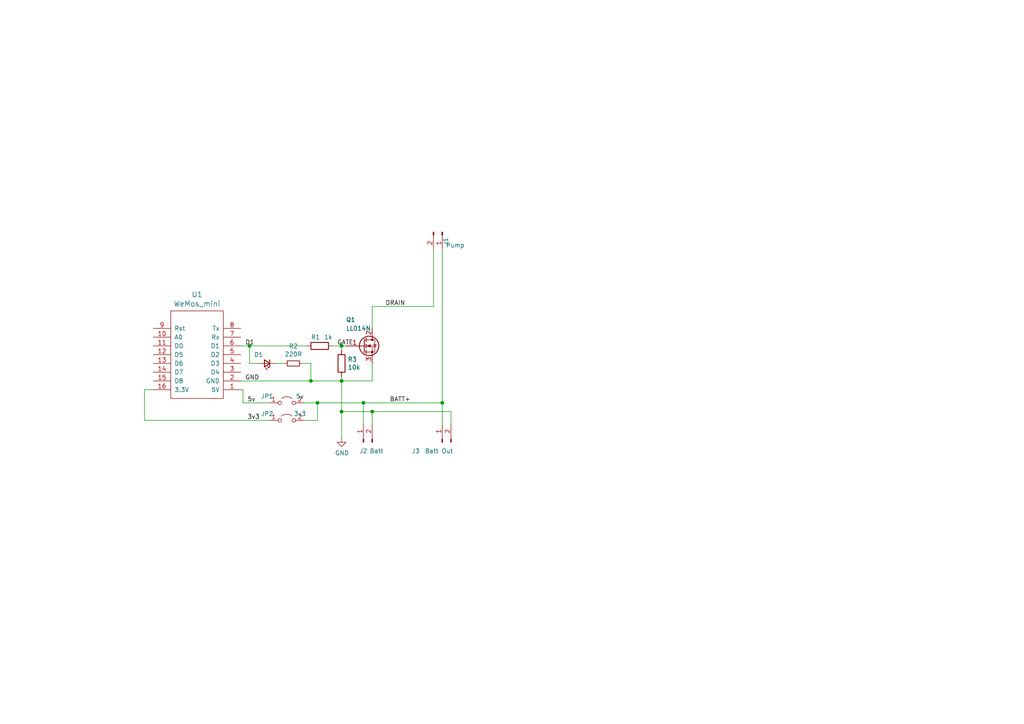
<source format=kicad_sch>
(kicad_sch (version 20211123) (generator eeschema)
  (paper "A4")
  (lib_symbols
    (symbol "Connector:Conn_01x02_Male" (pin_names (offset 1.016) hide)
      (property "Reference" "J" (at 0 2.54 0))
      (property "Value" "Conn_01x02_Male" (at 0 -5.08 0))
      (symbol "Conn_01x02_Male_1_1"
        (polyline (pts (xy 1.27 -2.54) (xy 0.8636 -2.54)) (stroke (width 0.1524)))
        (polyline (pts (xy 1.27 0) (xy 0.8636 0)) (stroke (width 0.1524)))
        (rectangle (start 0.8636 -2.413) (end 0 -2.667) (stroke (width 0.1524)) (fill (type outline)))
        (rectangle (start 0.8636 0.127) (end 0 -0.127) (stroke (width 0.1524)) (fill (type outline)))
        (pin passive line (at 5.08 0 180) (length 3.81) (name "Pin_1") (number "1"))
        (pin passive line (at 5.08 -2.54 180) (length 3.81) (name "Pin_2") (number "2"))
      )
    )
    (symbol "Device:LED_Small" (pin_numbers hide) (pin_names (offset 0.254) hide)
      (property "Reference" "D" (at -1.27 3.175 0))
      (property "Value" "LED_Small" (at -4.445 -2.54 0))
      (symbol "LED_Small_0_1"
        (polyline (pts (xy -0.762 -1.016) (xy -0.762 1.016)) (stroke (width 0.254)))
        (polyline (pts (xy 1.016 0) (xy -0.762 0)))
        (polyline (pts (xy 0.762 -1.016) (xy -0.762 0) (xy 0.762 1.016) (xy 0.762 -1.016)) (stroke (width 0.254)))
        (polyline (pts (xy 0 0.762) (xy -0.508 1.27) (xy -0.254 1.27) (xy -0.508 1.27) (xy -0.508 1.016)))
        (polyline (pts (xy 0.508 1.27) (xy 0 1.778) (xy 0.254 1.778) (xy 0 1.778) (xy 0 1.524)))
      )
      (symbol "LED_Small_1_1"
        (pin passive line (at -2.54 0 0) (length 1.778) (name "K") (number "1"))
        (pin passive line (at 2.54 0 180) (length 1.778) (name "A") (number "2"))
      )
    )
    (symbol "Device:R_Small" (pin_numbers hide) (pin_names (offset 0.254) hide)
      (property "Reference" "R" (at 0.762 0.508 0))
      (property "Value" "R_Small" (at 0.762 -1.016 0))
      (symbol "R_Small_0_1"
        (rectangle (start -0.762 1.778) (end 0.762 -1.778) (stroke (width 0.2032)))
      )
      (symbol "R_Small_1_1"
        (pin passive line (at 0 2.54 270) (length 0.762) (name "~") (number "1"))
        (pin passive line (at 0 -2.54 90) (length 0.762) (name "~") (number "2"))
      )
    )
    (symbol "Jumper:Jumper_2_Open" (pin_names (offset 0) hide)
      (property "Reference" "JP" (at 0 2.794 0))
      (property "Value" "Jumper_2_Open" (at 0 -2.286 0))
      (symbol "Jumper_2_Open_0_0"
        (circle (center -2.032 0) (radius 0.508))
        (circle (center 2.032 0) (radius 0.508))
      )
      (symbol "Jumper_2_Open_0_1"
        (arc (start 1.524 1.27) (mid 0 1.778) (end -1.524 1.27))
      )
      (symbol "Jumper_2_Open_1_1"
        (pin passive line (at -5.08 0 0) (length 2.54) (name "A") (number "1"))
        (pin passive line (at 5.08 0 180) (length 2.54) (name "B") (number "2"))
      )
    )
    (symbol "d1_mosfet_hat-rescue:Q_NMOS_GDS-device" (pin_names (offset 0) hide)
      (property "Reference" "Q" (at 5.08 1.27 0))
      (property "Value" "Q_NMOS_GDS-device" (at 5.08 -1.27 0))
      (symbol "Q_NMOS_GDS-device_0_1"
        (polyline (pts (xy 0.0508 0) (xy 0.254 0)))
        (polyline (pts (xy 0.762 -1.778) (xy 2.54 -1.778)))
        (polyline (pts (xy 0.762 -1.27) (xy 0.762 -2.286)) (stroke (width 0.254)))
        (polyline (pts (xy 0.762 0) (xy 2.54 0)))
        (polyline (pts (xy 0.762 0.508) (xy 0.762 -0.508)) (stroke (width 0.254)))
        (polyline (pts (xy 0.762 1.778) (xy 2.54 1.778)))
        (polyline (pts (xy 0.762 2.286) (xy 0.762 1.27)) (stroke (width 0.254)))
        (polyline (pts (xy 2.54 -1.778) (xy 2.54 -2.54)))
        (polyline (pts (xy 2.54 -1.778) (xy 2.54 0)))
        (polyline (pts (xy 2.54 2.54) (xy 2.54 1.778)))
        (polyline (pts (xy 0.254 1.905) (xy 0.254 -1.905) (xy 0.254 -1.905)) (stroke (width 0.254)))
        (polyline (pts (xy 1.016 0) (xy 2.032 0.381) (xy 2.032 -0.381) (xy 1.016 0)) (fill (type outline)))
        (polyline (pts (xy 2.54 -1.778) (xy 3.302 -1.778) (xy 3.302 1.778) (xy 2.54 1.778)))
        (polyline (pts (xy 2.794 0.508) (xy 2.921 0.381) (xy 3.683 0.381) (xy 3.81 0.254)))
        (polyline (pts (xy 3.302 0.381) (xy 2.921 -0.254) (xy 3.683 -0.254) (xy 3.302 0.381)))
        (circle (center 1.651 0) (radius 2.8194) (stroke (width 0.254)))
        (circle (center 2.54 -1.778) (radius 0.2794) (fill (type outline)))
        (circle (center 2.54 1.778) (radius 0.2794) (fill (type outline)))
      )
      (symbol "Q_NMOS_GDS-device_1_1"
        (pin input line (at -5.08 0 0) (length 5.08) (name "G") (number "1"))
        (pin passive line (at 2.54 5.08 270) (length 2.54) (name "D") (number "2"))
        (pin passive line (at 2.54 -5.08 90) (length 2.54) (name "S") (number "3"))
      )
    )
    (symbol "d1_mosfet_hat-rescue:R-device" (pin_numbers hide) (pin_names (offset 0))
      (property "Reference" "R" (at 2.032 0 90))
      (property "Value" "R-device" (at 0 0 90))
      (symbol "R-device_0_1"
        (rectangle (start -1.016 -2.54) (end 1.016 2.54) (stroke (width 0.254)))
      )
      (symbol "R-device_1_1"
        (pin passive line (at 0 3.81 270) (length 1.27) (name "~") (number "1"))
        (pin passive line (at 0 -3.81 90) (length 1.27) (name "~") (number "2"))
      )
    )
    (symbol "power:GND" (power) (pin_names (offset 0))
      (property "Value" "GND" (at 0 -3.81 0))
      (symbol "GND_0_1"
        (polyline (pts (xy 0 0) (xy 0 -1.27) (xy 1.27 -1.27) (xy 0 -2.54) (xy -1.27 -1.27) (xy 0 -1.27)))
      )
      (symbol "GND_1_1"
        (pin power_in line (at 0 0 270) (length 0) hide (name "GND") (number "1"))
      )
    )
    (symbol "wemos:WeMos_mini" (pin_names (offset 1.016))
      (property "Reference" "U" (at 0 12.7 0))
      (property "Value" "WeMos_mini" (at 0 -12.7 0))
      (property "Datasheet" "http://www.wemos.cc/Products/d1_mini.html" (at 13.97 -17.78 0))
      (symbol "WeMos_mini_0_1"
        (rectangle (start -7.62 11.43) (end 7.62 -13.97))
      )
      (symbol "WeMos_mini_1_1"
        (pin power_in line (at -12.7 8.89 0) (length 5.08) (name "5V") (number "1"))
        (pin bidirectional line (at 12.7 -6.35 180) (length 5.08) (name "A0") (number "10"))
        (pin bidirectional line (at 12.7 -3.81 180) (length 5.08) (name "D0") (number "11"))
        (pin bidirectional line (at 12.7 -1.27 180) (length 5.08) (name "D5") (number "12"))
        (pin bidirectional line (at 12.7 1.27 180) (length 5.08) (name "D6") (number "13"))
        (pin bidirectional line (at 12.7 3.81 180) (length 5.08) (name "D7") (number "14"))
        (pin bidirectional line (at 12.7 6.35 180) (length 5.08) (name "D8") (number "15"))
        (pin power_out line (at 12.7 8.89 180) (length 5.08) (name "3.3V") (number "16"))
        (pin power_in line (at -12.7 6.35 0) (length 5.08) (name "GND") (number "2"))
        (pin bidirectional line (at -12.7 3.81 0) (length 5.08) (name "D4") (number "3"))
        (pin bidirectional line (at -12.7 1.27 0) (length 5.08) (name "D3") (number "4"))
        (pin bidirectional line (at -12.7 -1.27 0) (length 5.08) (name "D2") (number "5"))
        (pin bidirectional line (at -12.7 -3.81 0) (length 5.08) (name "D1") (number "6"))
        (pin bidirectional line (at -12.7 -6.35 0) (length 5.08) (name "Rx") (number "7"))
        (pin bidirectional line (at -12.7 -8.89 0) (length 5.08) (name "Tx") (number "8"))
        (pin bidirectional line (at 12.7 -8.89 180) (length 5.08) (name "Rst") (number "9"))
      )
    )
  )
  (junction (at 99.06 110.49))
  (junction (at 99.06 119.38))
  (junction (at 128.27 116.84))
  (junction (at 90.17 110.49))
  (junction (at 92.075 116.84))
  (junction (at 105.41 116.84))
  (junction (at 107.95 119.38))
  (junction (at 72.39 100.33))
  (junction (at 99.06 100.33))
  (wire (pts (xy 128.27 116.84) (xy 128.27 72.39)))
  (wire (pts (xy 88.265 121.92) (xy 92.075 121.92)))
  (wire (pts (xy 96.52 100.33) (xy 99.06 100.33)))
  (wire (pts (xy 99.06 101.6) (xy 99.06 100.33)))
  (wire (pts (xy 107.95 110.49) (xy 99.06 110.49)))
  (wire (pts (xy 107.95 88.9) (xy 107.95 95.25)))
  (wire (pts (xy 105.41 116.84) (xy 128.27 116.84)))
  (wire (pts (xy 107.95 123.19) (xy 107.95 119.38)))
  (wire (pts (xy 72.39 100.33) (xy 72.39 105.41)))
  (wire (pts (xy 128.27 123.19) (xy 128.27 116.84)))
  (wire (pts (xy 99.06 119.38) (xy 107.95 119.38)))
  (wire (pts (xy 99.06 110.49) (xy 99.06 119.38)))
  (wire (pts (xy 72.39 105.41) (xy 74.93 105.41)))
  (wire (pts (xy 70.485 116.84) (xy 78.105 116.84)))
  (wire (pts (xy 72.39 100.33) (xy 88.9 100.33)))
  (wire (pts (xy 41.91 113.03) (xy 41.91 121.92)))
  (wire (pts (xy 87.63 105.41) (xy 90.17 105.41)))
  (wire (pts (xy 105.41 116.84) (xy 105.41 123.19)))
  (wire (pts (xy 69.85 113.03) (xy 70.485 113.03)))
  (wire (pts (xy 90.17 110.49) (xy 99.06 110.49)))
  (wire (pts (xy 99.06 119.38) (xy 99.06 127)))
  (wire (pts (xy 69.85 110.49) (xy 90.17 110.49)))
  (wire (pts (xy 125.73 88.9) (xy 107.95 88.9)))
  (wire (pts (xy 80.01 105.41) (xy 82.55 105.41)))
  (wire (pts (xy 92.075 121.92) (xy 92.075 116.84)))
  (wire (pts (xy 69.85 100.33) (xy 72.39 100.33)))
  (wire (pts (xy 99.06 109.22) (xy 99.06 110.49)))
  (wire (pts (xy 44.45 113.03) (xy 41.91 113.03)))
  (wire (pts (xy 107.95 105.41) (xy 107.95 110.49)))
  (wire (pts (xy 130.81 119.38) (xy 130.81 123.19)))
  (wire (pts (xy 41.91 121.92) (xy 78.105 121.92)))
  (wire (pts (xy 107.95 119.38) (xy 130.81 119.38)))
  (wire (pts (xy 90.17 105.41) (xy 90.17 110.49)))
  (wire (pts (xy 70.485 113.03) (xy 70.485 116.84)))
  (wire (pts (xy 92.075 116.84) (xy 105.41 116.84)))
  (wire (pts (xy 99.06 100.33) (xy 100.33 100.33)))
  (wire (pts (xy 125.73 72.39) (xy 125.73 88.9)))
  (wire (pts (xy 88.265 116.84) (xy 92.075 116.84)))
  (label "D1" (at 71.12 100.33 0))
  (label "GATE" (at 97.79 100.33 0))
  (label "GND" (at 71.12 110.49 0))
  (label "BATT+" (at 113.03 116.84 0))
  (label "DRAIN" (at 111.76 88.9 0))
  (label "5v" (at 71.755 116.84 0))
  (label "3v3" (at 71.755 121.92 0))
  (symbol (lib_id "wemos:WeMos_mini") (at 57.15 104.14 180) (unit 1)
    (property "Reference" "U1" (at 57.15 85.4202 0) (effects (font (size 1.524 1.524))))
    (property "Value" "WeMos_mini" (at 57.15 88.1126 0) (effects (font (size 1.524 1.524))))
    (property "Footprint" "wemos:wemos-d1-mini-connectors-only" (effects hide))
  )
  (symbol (lib_id "power:GND") (at 99.06 127 0) (unit 1)
    (property "Reference" "#PWR01" (effects hide))
    (property "Value" "GND" (at 99.187 131.3942 0))
  )
  (symbol (lib_id "d1_mosfet_hat-rescue:Q_NMOS_GDS-device") (at 105.41 100.33 0) (unit 1)
    (property "Reference" "Q1" (at 100.33 92.71 0) (effects (justify left)))
    (property "Value" "LL014N" (at 100.33 95.25 0) (effects (justify left)))
    (property "Footprint" "TO_SOT_Packages_SMD:SOT-223" (effects hide))
  )
  (symbol (lib_id "Connector:Conn_01x02_Male") (at 105.41 128.27 90) (unit 1)
    (property "Reference" "J2" (at 105.41 130.81 90))
    (property "Value" "Batt" (at 109.22 130.81 90))
    (property "Footprint" "Connectors_JST:JST_XH_S02B-XH-A_02x2.50mm_Angled" (effects hide))
  )
  (symbol (lib_id "Connector:Conn_01x02_Male") (at 128.27 128.27 90) (unit 1)
    (property "Reference" "J3" (at 119.38 130.81 90) (effects (justify right)))
    (property "Value" "Batt Out" (at 123.19 130.81 90) (effects (justify right)))
    (property "Footprint" "Connectors_JST:JST_XH_S02B-XH-A_02x2.50mm_Angled" (effects hide))
  )
  (symbol (lib_id "Connector:Conn_01x02_Male") (at 128.27 67.31 270) (unit 1)
    (property "Reference" "J1" (at 129.286 68.834 0) (effects (justify left)))
    (property "Value" "Pump" (at 129.286 71.1454 90) (effects (justify left)))
    (property "Footprint" "Connectors_JST:JST_XH_S02B-XH-A_02x2.50mm_Angled" (effects hide))
  )
  (symbol (lib_id "d1_mosfet_hat-rescue:R-device") (at 99.06 105.41 0) (unit 1)
    (property "Reference" "R3" (at 100.838 104.2416 0) (effects (justify left)))
    (property "Value" "10k" (at 100.838 106.553 0) (effects (justify left)))
    (property "Footprint" "Resistor_SMD:R_0805_2012Metric" (effects hide))
  )
  (symbol (lib_id "d1_mosfet_hat-rescue:R-device") (at 92.71 100.33 270) (unit 1)
    (property "Reference" "R1" (at 90.17 97.79 90) (effects (justify left)))
    (property "Value" "1k" (at 93.98 97.79 90) (effects (justify left)))
    (property "Footprint" "Resistor_SMD:R_0805_2012Metric" (effects hide))
  )
  (symbol (lib_id "Device:LED_Small") (at 77.47 105.41 180) (unit 1)
    (property "Reference" "D1" (at 73.66 102.87 0) (effects (justify right)))
    (property "Value" "LED_Small" (effects hide))
    (property "Footprint" "LED_SMD:LED_0805_2012Metric" (effects hide))
  )
  (symbol (lib_id "Device:R_Small") (at 85.09 105.41 270) (unit 1)
    (property "Reference" "R2" (at 85.09 100.4316 90))
    (property "Value" "220R" (at 85.09 102.743 90))
    (property "Footprint" "Resistor_SMD:R_0805_2012Metric" (effects hide))
  )
  (symbol (lib_id "Jumper:Jumper_2_Open") (at 83.185 121.92 0) (unit 1)
    (property "Reference" "JP2" (at 77.47 120.015 0))
    (property "Value" "3v3" (at 86.995 120.015 0))
    (property "Footprint" "Jumper:SolderJumper-2_P1.3mm_Open_RoundedPad1.0x1.5mm" (effects hide))
  )
  (symbol (lib_id "Jumper:Jumper_2_Open") (at 83.185 116.84 0) (unit 1)
    (property "Reference" "JP1" (at 77.47 114.935 0))
    (property "Value" "5v" (at 86.995 114.935 0))
    (property "Footprint" "Jumper:SolderJumper-2_P1.3mm_Open_RoundedPad1.0x1.5mm" (effects hide))
  )
)
</source>
